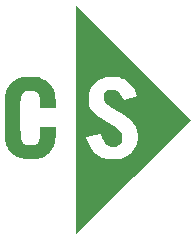
<source format=gbr>
%TF.GenerationSoftware,KiCad,Pcbnew,9.0.1*%
%TF.CreationDate,2025-06-06T15:08:54-07:00*%
%TF.ProjectId,basic_keychain,62617369-635f-46b6-9579-636861696e2e,rev?*%
%TF.SameCoordinates,Original*%
%TF.FileFunction,Soldermask,Top*%
%TF.FilePolarity,Negative*%
%FSLAX45Y45*%
G04 Gerber Fmt 4.5, Leading zero omitted, Abs format (unit mm)*
G04 Created by KiCad (PCBNEW 9.0.1) date 2025-06-06 15:08:54*
%MOMM*%
%LPD*%
G01*
G04 APERTURE LIST*
%ADD10C,0.000000*%
G04 APERTURE END LIST*
D10*
%TO.C,G\u002A\u002A\u002A*%
G36*
X21886350Y-10448937D02*
G01*
X21900049Y-10449210D01*
X21910907Y-10449784D01*
X21920049Y-10450756D01*
X21928599Y-10452222D01*
X21937682Y-10454281D01*
X21941032Y-10455118D01*
X21971405Y-10464902D01*
X21997956Y-10477950D01*
X22020836Y-10494414D01*
X22040192Y-10514443D01*
X22056174Y-10538190D01*
X22068930Y-10565803D01*
X22077623Y-10593491D01*
X22080487Y-10607431D01*
X22083024Y-10625151D01*
X22085107Y-10645346D01*
X22086612Y-10666709D01*
X22087412Y-10687935D01*
X22087507Y-10696378D01*
X22087565Y-10718647D01*
X22020468Y-10718647D01*
X21953370Y-10718647D01*
X21952027Y-10674744D01*
X21950798Y-10650204D01*
X21948607Y-10630111D01*
X21945221Y-10613873D01*
X21940405Y-10600900D01*
X21933926Y-10590600D01*
X21925551Y-10582384D01*
X21915046Y-10575659D01*
X21912336Y-10574276D01*
X21904977Y-10570936D01*
X21898366Y-10568844D01*
X21890903Y-10567717D01*
X21880991Y-10567272D01*
X21872505Y-10567214D01*
X21853781Y-10567876D01*
X21838918Y-10570062D01*
X21826835Y-10574072D01*
X21816454Y-10580207D01*
X21811549Y-10584178D01*
X21804725Y-10590923D01*
X21799361Y-10598236D01*
X21795234Y-10606874D01*
X21792124Y-10617594D01*
X21789809Y-10631155D01*
X21788066Y-10648315D01*
X21786718Y-10669018D01*
X21786073Y-10684156D01*
X21785588Y-10702533D01*
X21785254Y-10723575D01*
X21785063Y-10746710D01*
X21785009Y-10771364D01*
X21785083Y-10796966D01*
X21785278Y-10822941D01*
X21785587Y-10848718D01*
X21786001Y-10873722D01*
X21786514Y-10897382D01*
X21787118Y-10919123D01*
X21787805Y-10938374D01*
X21788567Y-10954561D01*
X21789398Y-10967112D01*
X21790290Y-10975453D01*
X21790790Y-10977994D01*
X21797228Y-10995428D01*
X21805926Y-11008814D01*
X21817439Y-11018898D01*
X21824053Y-11022747D01*
X21830730Y-11026011D01*
X21836456Y-11028190D01*
X21842534Y-11029502D01*
X21850268Y-11030164D01*
X21860963Y-11030397D01*
X21869848Y-11030421D01*
X21883276Y-11030328D01*
X21892871Y-11029924D01*
X21899886Y-11029021D01*
X21905576Y-11027431D01*
X21911197Y-11024967D01*
X21913271Y-11023919D01*
X21922461Y-11017887D01*
X21931118Y-11010129D01*
X21934135Y-11006627D01*
X21939376Y-10998950D01*
X21943440Y-10990811D01*
X21946502Y-10981393D01*
X21948734Y-10969879D01*
X21950312Y-10955451D01*
X21951408Y-10937293D01*
X21951951Y-10922891D01*
X21953433Y-10876443D01*
X22020499Y-10876443D01*
X22087565Y-10876443D01*
X22087448Y-10891077D01*
X22086963Y-10912939D01*
X22085910Y-10935064D01*
X22084378Y-10956403D01*
X22082459Y-10975906D01*
X22080242Y-10992525D01*
X22077817Y-11005212D01*
X22077562Y-11006242D01*
X22067561Y-11036669D01*
X22053971Y-11063718D01*
X22036914Y-11087230D01*
X22016513Y-11107045D01*
X21992890Y-11123002D01*
X21985652Y-11126787D01*
X21968723Y-11134551D01*
X21952905Y-11140395D01*
X21936931Y-11144592D01*
X21919532Y-11147420D01*
X21899443Y-11149152D01*
X21878868Y-11149980D01*
X21863471Y-11150214D01*
X21848670Y-11150140D01*
X21835733Y-11149786D01*
X21825931Y-11149179D01*
X21822402Y-11148758D01*
X21789215Y-11141452D01*
X21759754Y-11130708D01*
X21733949Y-11116480D01*
X21711730Y-11098720D01*
X21693024Y-11077379D01*
X21677761Y-11052410D01*
X21676947Y-11050782D01*
X21671740Y-11039097D01*
X21666320Y-11025069D01*
X21661676Y-11011301D01*
X21660748Y-11008193D01*
X21653947Y-10984609D01*
X21652991Y-10812320D01*
X21652812Y-10777576D01*
X21652691Y-10747520D01*
X21652635Y-10721749D01*
X21652650Y-10699861D01*
X21652742Y-10681453D01*
X21652918Y-10666124D01*
X21653184Y-10653470D01*
X21653546Y-10643090D01*
X21654012Y-10634581D01*
X21654586Y-10627541D01*
X21655275Y-10621567D01*
X21656071Y-10616348D01*
X21663751Y-10582727D01*
X21674710Y-10552978D01*
X21689018Y-10527021D01*
X21706742Y-10504778D01*
X21727952Y-10486169D01*
X21752717Y-10471117D01*
X21781105Y-10459542D01*
X21796953Y-10454964D01*
X21806305Y-10452734D01*
X21814868Y-10451117D01*
X21823759Y-10450017D01*
X21834094Y-10449340D01*
X21846990Y-10448990D01*
X21863563Y-10448872D01*
X21868687Y-10448868D01*
X21886350Y-10448937D01*
G37*
G36*
X22744834Y-10331158D02*
G01*
X23229036Y-10815361D01*
X22744834Y-11299563D01*
X22260631Y-11783766D01*
X22260631Y-10963922D01*
X22344619Y-10963922D01*
X22345401Y-10967810D01*
X22347461Y-10975000D01*
X22350368Y-10983999D01*
X22350640Y-10984800D01*
X22364879Y-11020178D01*
X22381999Y-11051406D01*
X22401980Y-11078460D01*
X22424804Y-11101320D01*
X22450451Y-11119965D01*
X22478900Y-11134374D01*
X22491732Y-11139174D01*
X22516100Y-11145429D01*
X22543586Y-11149018D01*
X22572939Y-11149891D01*
X22602908Y-11147998D01*
X22625812Y-11144588D01*
X22657071Y-11136363D01*
X22685356Y-11124192D01*
X22710460Y-11108249D01*
X22732177Y-11088707D01*
X22750300Y-11065737D01*
X22764623Y-11039514D01*
X22771141Y-11022786D01*
X22773881Y-11014202D01*
X22775797Y-11006582D01*
X22777045Y-10998661D01*
X22777777Y-10989177D01*
X22778147Y-10976869D01*
X22778287Y-10964248D01*
X22777689Y-10938534D01*
X22775302Y-10916516D01*
X22770831Y-10897021D01*
X22763982Y-10878881D01*
X22754459Y-10860923D01*
X22750745Y-10854941D01*
X22740173Y-10839729D01*
X22728393Y-10825476D01*
X22714905Y-10811784D01*
X22699211Y-10798256D01*
X22680814Y-10784497D01*
X22659213Y-10770109D01*
X22633911Y-10754696D01*
X22604409Y-10737861D01*
X22601673Y-10736342D01*
X22577599Y-10722781D01*
X22557654Y-10711042D01*
X22541353Y-10700803D01*
X22528208Y-10691741D01*
X22517735Y-10683532D01*
X22509446Y-10675853D01*
X22507397Y-10673696D01*
X22498009Y-10661923D01*
X22492463Y-10650400D01*
X22490002Y-10637193D01*
X22489689Y-10628474D01*
X22491745Y-10608581D01*
X22497843Y-10591474D01*
X22507878Y-10577414D01*
X22511449Y-10573998D01*
X22521824Y-10566376D01*
X22533095Y-10561479D01*
X22546462Y-10558984D01*
X22563127Y-10558566D01*
X22568069Y-10558754D01*
X22580222Y-10559603D01*
X22588987Y-10561032D01*
X22596065Y-10563436D01*
X22602235Y-10566664D01*
X22616599Y-10577535D01*
X22629855Y-10592766D01*
X22642240Y-10612648D01*
X22647116Y-10622205D01*
X22658948Y-10646655D01*
X22693302Y-10637234D01*
X22715720Y-10631028D01*
X22733651Y-10625911D01*
X22747542Y-10621728D01*
X22757842Y-10618323D01*
X22764999Y-10615540D01*
X22769459Y-10613222D01*
X22771672Y-10611214D01*
X22772126Y-10609763D01*
X22770966Y-10604094D01*
X22767931Y-10595067D01*
X22763516Y-10583828D01*
X22758215Y-10571523D01*
X22752524Y-10559300D01*
X22746938Y-10548303D01*
X22741952Y-10539680D01*
X22741675Y-10539251D01*
X22725850Y-10518723D01*
X22706496Y-10499674D01*
X22685054Y-10483388D01*
X22667509Y-10473280D01*
X22649884Y-10465163D01*
X22633809Y-10459183D01*
X22617919Y-10455048D01*
X22600847Y-10452466D01*
X22581226Y-10451146D01*
X22562224Y-10450800D01*
X22545884Y-10450835D01*
X22533310Y-10451157D01*
X22523181Y-10451895D01*
X22514175Y-10453179D01*
X22504970Y-10455140D01*
X22496755Y-10457235D01*
X22466557Y-10467538D01*
X22439852Y-10481425D01*
X22416749Y-10498800D01*
X22397357Y-10519567D01*
X22381785Y-10543629D01*
X22371207Y-10567798D01*
X22368525Y-10575831D01*
X22366576Y-10583162D01*
X22365211Y-10590936D01*
X22364280Y-10600294D01*
X22363631Y-10612380D01*
X22363115Y-10628336D01*
X22363081Y-10629569D01*
X22362710Y-10645621D01*
X22362642Y-10657647D01*
X22362957Y-10666708D01*
X22363734Y-10673863D01*
X22365051Y-10680171D01*
X22366989Y-10686693D01*
X22367454Y-10688106D01*
X22378249Y-10712897D01*
X22393680Y-10736845D01*
X22413298Y-10759396D01*
X22436659Y-10780000D01*
X22448968Y-10788965D01*
X22456854Y-10794107D01*
X22468224Y-10801181D01*
X22482128Y-10809612D01*
X22497620Y-10818830D01*
X22513750Y-10828260D01*
X22520230Y-10832000D01*
X22543818Y-10845669D01*
X22563425Y-10857313D01*
X22579573Y-10867279D01*
X22592784Y-10875915D01*
X22603581Y-10883568D01*
X22612484Y-10890587D01*
X22620017Y-10897319D01*
X22623602Y-10900859D01*
X22635374Y-10914442D01*
X22643154Y-10927686D01*
X22647648Y-10942209D01*
X22649564Y-10959630D01*
X22649597Y-10960431D01*
X22648713Y-10981488D01*
X22644130Y-10999354D01*
X22635695Y-11014492D01*
X22629120Y-11022062D01*
X22617677Y-11031798D01*
X22605582Y-11038210D01*
X22591505Y-11041791D01*
X22574114Y-11043035D01*
X22572405Y-11043048D01*
X22560519Y-11042889D01*
X22551901Y-11042069D01*
X22544737Y-11040251D01*
X22537215Y-11037093D01*
X22535048Y-11036046D01*
X22518745Y-11025440D01*
X22503763Y-11010641D01*
X22490723Y-10992495D01*
X22480245Y-10971852D01*
X22473535Y-10951912D01*
X22471258Y-10943767D01*
X22469271Y-10937780D01*
X22468209Y-10935557D01*
X22465465Y-10935668D01*
X22458596Y-10936682D01*
X22448452Y-10938432D01*
X22435884Y-10940751D01*
X22421743Y-10943472D01*
X22406879Y-10946425D01*
X22392143Y-10949445D01*
X22378386Y-10952363D01*
X22366459Y-10955011D01*
X22357211Y-10957223D01*
X22354163Y-10958027D01*
X22348073Y-10960467D01*
X22344799Y-10963245D01*
X22344619Y-10963922D01*
X22260631Y-10963922D01*
X22260631Y-10815361D01*
X22260631Y-9846956D01*
X22744834Y-10331158D01*
G37*
%TD*%
M02*

</source>
